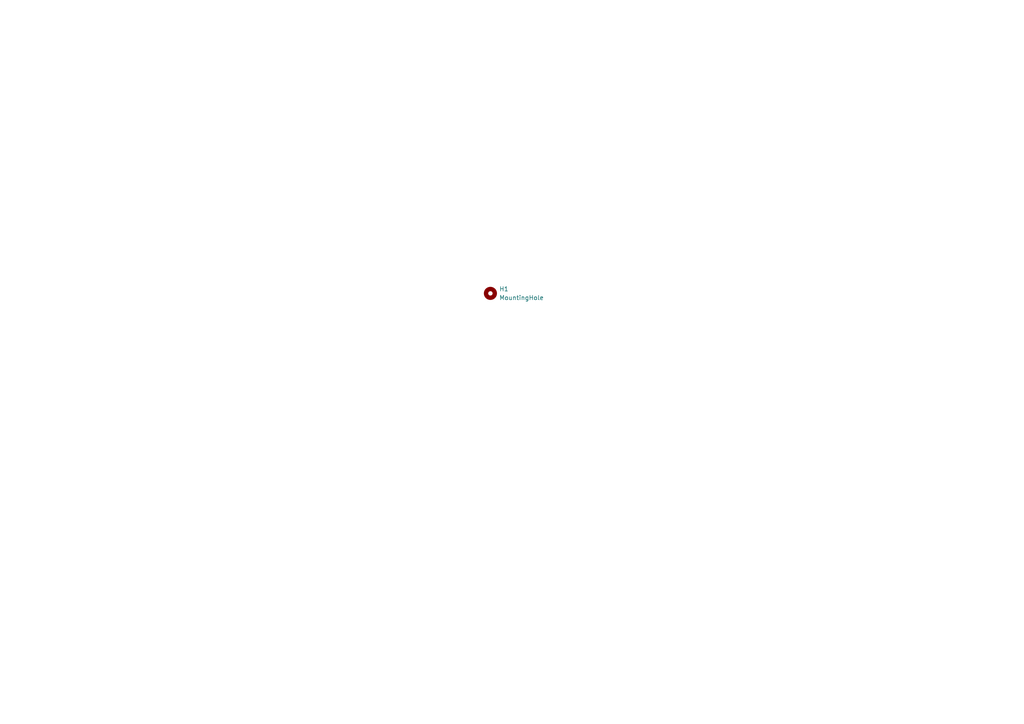
<source format=kicad_sch>
(kicad_sch (version 20211123) (generator eeschema)
  (paper "A4")
  (lib_symbols
    (symbol "Mechanical:MountingHole" (pin_names (offset 1.016))
      (property "Reference" "H" (at 0 5.08 0))
      (property "Value" "MountingHole" (at 0 3.175 0))
      (symbol "MountingHole_0_1"
        (circle (center 0 0) (radius 1.27) (stroke (width 1.27)))
      )
    )
  )
  (symbol (lib_id "Mechanical:MountingHole") (at 142.24 85.09 0) (unit 1)
    (property "Reference" "H1" (at 144.78 83.8199 0) (effects (justify left)))
    (property "Value" "MountingHole" (at 144.78 86.3599 0) (effects (justify left)))
    (property "Footprint" "zzelia65:MountingHole_2.2mm_M2_Pad" (effects hide))
  )
)
</source>
